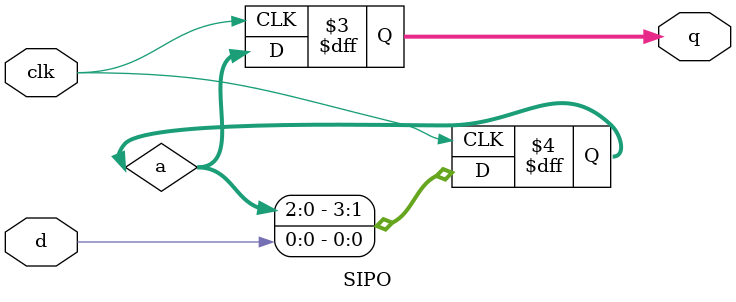
<source format=v>
module SIPO(input d,clk,output reg [3:0]q);
 reg [3:0] a;

 initial begin q=0;a=0; end

 always@(posedge clk)
  begin 
    a <= {a[2:0],d};
    q=a;
 end
 
  
   
  endmodule

</source>
